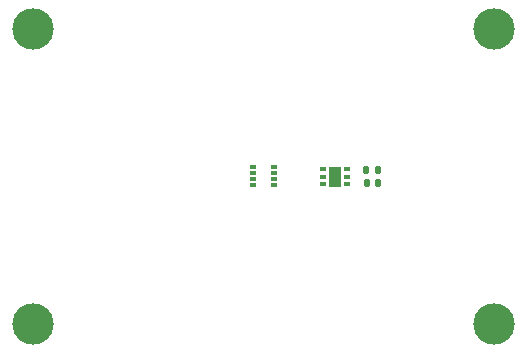
<source format=gtp>
%TF.GenerationSoftware,KiCad,Pcbnew,7.0.2*%
%TF.CreationDate,2023-07-30T22:14:57-04:00*%
%TF.ProjectId,ExternalFaces,45787465-726e-4616-9c46-616365732e6b,rev?*%
%TF.SameCoordinates,Original*%
%TF.FileFunction,Paste,Top*%
%TF.FilePolarity,Positive*%
%FSLAX46Y46*%
G04 Gerber Fmt 4.6, Leading zero omitted, Abs format (unit mm)*
G04 Created by KiCad (PCBNEW 7.0.2) date 2023-07-30 22:14:57*
%MOMM*%
%LPD*%
G01*
G04 APERTURE LIST*
G04 Aperture macros list*
%AMRoundRect*
0 Rectangle with rounded corners*
0 $1 Rounding radius*
0 $2 $3 $4 $5 $6 $7 $8 $9 X,Y pos of 4 corners*
0 Add a 4 corners polygon primitive as box body*
4,1,4,$2,$3,$4,$5,$6,$7,$8,$9,$2,$3,0*
0 Add four circle primitives for the rounded corners*
1,1,$1+$1,$2,$3*
1,1,$1+$1,$4,$5*
1,1,$1+$1,$6,$7*
1,1,$1+$1,$8,$9*
0 Add four rect primitives between the rounded corners*
20,1,$1+$1,$2,$3,$4,$5,0*
20,1,$1+$1,$4,$5,$6,$7,0*
20,1,$1+$1,$6,$7,$8,$9,0*
20,1,$1+$1,$8,$9,$2,$3,0*%
G04 Aperture macros list end*
%ADD10RoundRect,0.140000X0.140000X0.170000X-0.140000X0.170000X-0.140000X-0.170000X0.140000X-0.170000X0*%
%ADD11R,0.620000X0.300000*%
%ADD12R,0.600000X0.350000*%
%ADD13R,1.100000X1.700000*%
%ADD14C,3.500000*%
G04 APERTURE END LIST*
D10*
X139160000Y-96200000D03*
X138200000Y-96200000D03*
D11*
X130400000Y-97400000D03*
X130400000Y-96900000D03*
X130400000Y-96400000D03*
X130400000Y-95900000D03*
X128580000Y-95900000D03*
X128580000Y-96400000D03*
X128580000Y-96900000D03*
X128580000Y-97400000D03*
D12*
X134500000Y-96075000D03*
X134500000Y-96725000D03*
X134500000Y-97375000D03*
X136600000Y-97375000D03*
X136600000Y-96725000D03*
X136600000Y-96075000D03*
D13*
X135550000Y-96725000D03*
D10*
X139180000Y-97300000D03*
X138220000Y-97300000D03*
D14*
X149000000Y-84200000D03*
X110000000Y-84200000D03*
X149000000Y-109200000D03*
X110000000Y-109200000D03*
M02*

</source>
